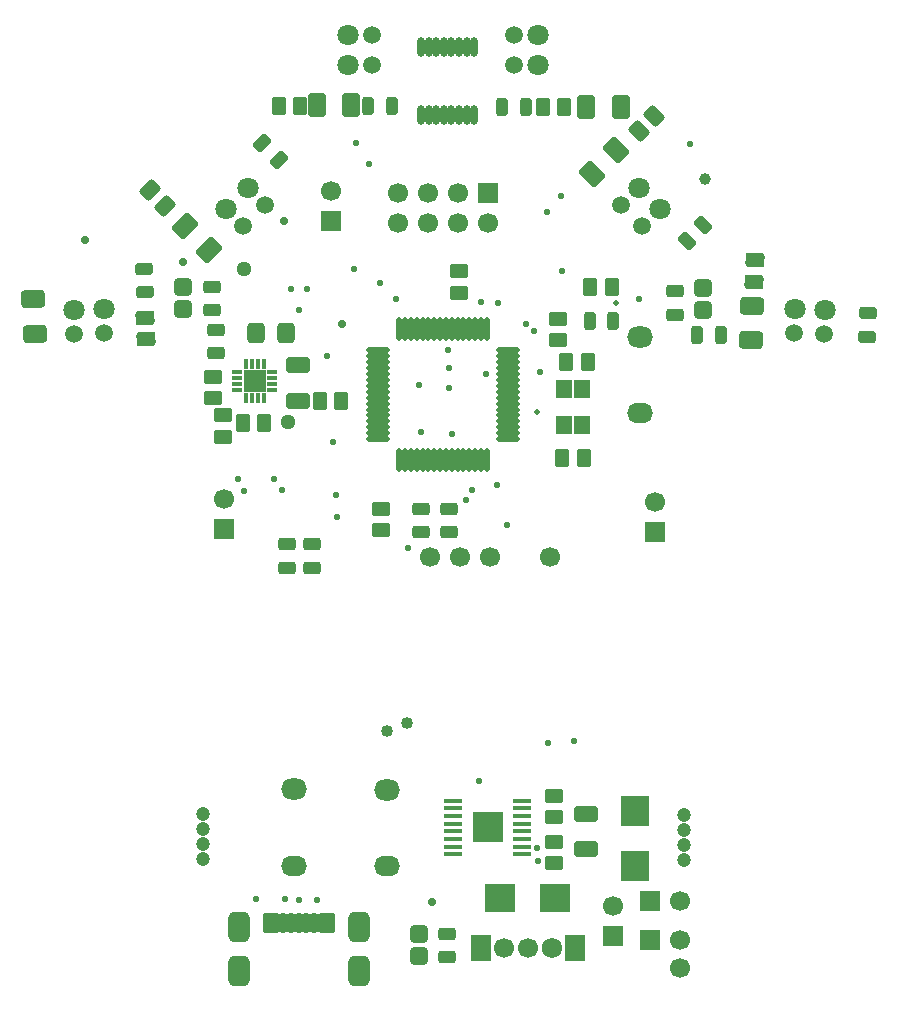
<source format=gts>
%FSTAX23Y23*%
%MOIN*%
%SFA1B1*%

%IPPOS*%
%AMD92*
4,1,8,-0.030000,-0.028500,0.028000,-0.030500,0.038600,-0.020600,0.039900,0.017800,0.030000,0.028500,-0.028000,0.030500,-0.038600,0.020600,-0.039900,-0.017800,-0.030000,-0.028500,0.0*
1,1,0.020600,-0.029700,-0.018200*
1,1,0.020600,0.028300,-0.020200*
1,1,0.020600,0.029700,0.018200*
1,1,0.020600,-0.028300,0.020200*
%
%AMD93*
4,1,8,-0.041400,-0.000400,-0.000400,-0.041400,0.014200,-0.041400,0.041400,-0.014200,0.041400,0.000400,0.000400,0.041400,-0.014200,0.041400,-0.041400,0.014200,-0.041400,-0.000400,0.0*
1,1,0.020600,-0.034100,0.006900*
1,1,0.020600,0.006900,-0.034100*
1,1,0.020600,0.034100,-0.006900*
1,1,0.020600,-0.006900,0.034100*
%
%AMD94*
4,1,8,-0.019700,0.021600,-0.019700,-0.021600,-0.011800,-0.029500,0.011800,-0.029500,0.019700,-0.021600,0.019700,0.021600,0.011800,0.029500,-0.011800,0.029500,-0.019700,0.021600,0.0*
1,1,0.015800,-0.011800,0.021600*
1,1,0.015800,-0.011800,-0.021600*
1,1,0.015800,0.011800,-0.021600*
1,1,0.015800,0.011800,0.021600*
%
%AMD95*
4,1,8,0.023600,-0.022600,0.023600,0.022600,0.014700,0.031500,-0.014700,0.031500,-0.023600,0.022600,-0.023600,-0.022600,-0.014700,-0.031500,0.014700,-0.031500,0.023600,-0.022600,0.0*
1,1,0.017800,0.014700,-0.022600*
1,1,0.017800,0.014700,0.022600*
1,1,0.017800,-0.014700,0.022600*
1,1,0.017800,-0.014700,-0.022600*
%
%AMD96*
4,1,8,0.021600,0.019700,-0.021600,0.019700,-0.029500,0.011800,-0.029500,-0.011800,-0.021600,-0.019700,0.021600,-0.019700,0.029500,-0.011800,0.029500,0.011800,0.021600,0.019700,0.0*
1,1,0.015800,0.021600,0.011800*
1,1,0.015800,-0.021600,0.011800*
1,1,0.015800,-0.021600,-0.011800*
1,1,0.015800,0.021600,-0.011800*
%
%AMD100*
4,1,8,0.029700,0.026600,-0.029700,0.026600,-0.039300,0.017000,-0.039300,-0.017000,-0.029700,-0.026600,0.029700,-0.026600,0.039300,-0.017000,0.039300,0.017000,0.029700,0.026600,0.0*
1,1,0.019200,0.029700,0.017000*
1,1,0.019200,-0.029700,0.017000*
1,1,0.019200,-0.029700,-0.017000*
1,1,0.019200,0.029700,-0.017000*
%
%AMD103*
4,1,8,-0.029500,0.029000,-0.029500,-0.029000,-0.019200,-0.039300,0.019200,-0.039300,0.029500,-0.029000,0.029500,0.029000,0.019200,0.039300,-0.019200,0.039300,-0.029500,0.029000,0.0*
1,1,0.020600,-0.019200,0.029000*
1,1,0.020600,-0.019200,-0.029000*
1,1,0.020600,0.019200,-0.029000*
1,1,0.020600,0.019200,0.029000*
%
%AMD104*
4,1,8,-0.000400,0.041400,-0.041400,0.000400,-0.041400,-0.014200,-0.014200,-0.041400,0.000400,-0.041400,0.041400,-0.000400,0.041400,0.014200,0.014200,0.041400,-0.000400,0.041400,0.0*
1,1,0.020600,0.006900,0.034100*
1,1,0.020600,-0.034100,-0.006900*
1,1,0.020600,-0.006900,-0.034100*
1,1,0.020600,0.034100,0.006900*
%
%AMD105*
4,1,8,0.028000,0.030500,-0.030000,0.028500,-0.039900,0.017800,-0.038600,-0.020600,-0.028000,-0.030500,0.030000,-0.028500,0.039900,-0.017800,0.038600,0.020600,0.028000,0.030500,0.0*
1,1,0.020600,0.028300,0.020200*
1,1,0.020600,-0.029700,0.018200*
1,1,0.020600,-0.028300,-0.020200*
1,1,0.020600,0.029700,-0.018200*
%
%AMD110*
4,1,8,0.022600,0.023600,-0.022600,0.023600,-0.031500,0.014700,-0.031500,-0.014700,-0.022600,-0.023600,0.022600,-0.023600,0.031500,-0.014700,0.031500,0.014700,0.022600,0.023600,0.0*
1,1,0.017800,0.022600,0.014700*
1,1,0.017800,-0.022600,0.014700*
1,1,0.017800,-0.022600,-0.014700*
1,1,0.017800,0.022600,-0.014700*
%
%AMD111*
4,1,8,-0.010800,0.028100,-0.010800,-0.028100,-0.005500,-0.033400,0.005500,-0.033400,0.010800,-0.028100,0.010800,0.028100,0.005500,0.033400,-0.005500,0.033400,-0.010800,0.028100,0.0*
1,1,0.010600,-0.005500,0.028100*
1,1,0.010600,-0.005500,-0.028100*
1,1,0.010600,0.005500,-0.028100*
1,1,0.010600,0.005500,0.028100*
%
%AMD112*
4,1,8,-0.027500,0.024700,-0.027500,-0.024700,-0.018800,-0.033400,0.018800,-0.033400,0.027500,-0.024700,0.027500,0.024700,0.018800,0.033400,-0.018800,0.033400,-0.027500,0.024700,0.0*
1,1,0.017400,-0.018800,0.024700*
1,1,0.017400,-0.018800,-0.024700*
1,1,0.017400,0.018800,-0.024700*
1,1,0.017400,0.018800,0.024700*
%
%AMD113*
4,1,8,-0.028900,0.018700,-0.028900,-0.018700,-0.018700,-0.028900,0.018700,-0.028900,0.028900,-0.018700,0.028900,0.018700,0.018700,0.028900,-0.018700,0.028900,-0.028900,0.018700,0.0*
1,1,0.020400,-0.018700,0.018700*
1,1,0.020400,-0.018700,-0.018700*
1,1,0.020400,0.018700,-0.018700*
1,1,0.020400,0.018700,0.018700*
%
%AMD116*
4,1,8,0.023400,0.022800,-0.021800,0.024400,-0.031000,0.015800,-0.032000,-0.013600,-0.023400,-0.022800,0.021800,-0.024400,0.031000,-0.015800,0.032000,0.013600,0.023400,0.022800,0.0*
1,1,0.017800,0.023100,0.013900*
1,1,0.017800,-0.022100,0.015500*
1,1,0.017800,-0.023100,-0.013900*
1,1,0.017800,0.022100,-0.015500*
%
%AMD117*
4,1,8,0.032700,0.000700,0.000700,0.032700,-0.011900,0.032700,-0.032700,0.011900,-0.032700,-0.000700,-0.000700,-0.032700,0.011900,-0.032700,0.032700,-0.011900,0.032700,0.000700,0.0*
1,1,0.017800,0.026400,-0.005600*
1,1,0.017800,-0.005600,0.026400*
1,1,0.017800,-0.026400,0.005600*
1,1,0.017800,0.005600,-0.026400*
%
%AMD118*
4,1,8,-0.000700,0.032700,-0.032700,0.000700,-0.032700,-0.011900,-0.011900,-0.032700,0.000700,-0.032700,0.032700,-0.000700,0.032700,0.011900,0.011900,0.032700,-0.000700,0.032700,0.0*
1,1,0.017800,0.005600,0.026400*
1,1,0.017800,-0.026400,-0.005600*
1,1,0.017800,-0.005600,-0.026400*
1,1,0.017800,0.026400,0.005600*
%
%AMD119*
4,1,8,-0.021800,-0.024400,0.023400,-0.022800,0.032000,-0.013600,0.031000,0.015800,0.021800,0.024400,-0.023400,0.022800,-0.032000,0.013600,-0.031000,-0.015800,-0.021800,-0.024400,0.0*
1,1,0.017800,-0.022100,-0.015500*
1,1,0.017800,0.023100,-0.013900*
1,1,0.017800,0.022100,0.015500*
1,1,0.017800,-0.023100,0.013900*
%
%AMD120*
4,1,8,0.022300,0.018900,-0.020900,0.020400,-0.029100,0.012800,-0.029900,-0.010800,-0.022300,-0.018900,0.020900,-0.020400,0.029100,-0.012800,0.029900,0.010800,0.022300,0.018900,0.0*
1,1,0.015800,0.022000,0.011000*
1,1,0.015800,-0.021200,0.012500*
1,1,0.015800,-0.022000,-0.011000*
1,1,0.015800,0.021200,-0.012500*
%
%AMD121*
4,1,8,-0.029200,0.001300,0.001300,-0.029200,0.012500,-0.029200,0.029200,-0.012500,0.029200,-0.001300,-0.001300,0.029200,-0.012500,0.029200,-0.029200,0.012500,-0.029200,0.001300,0.0*
1,1,0.015800,-0.023600,0.006900*
1,1,0.015800,0.006900,-0.023600*
1,1,0.015800,0.023600,-0.006900*
1,1,0.015800,-0.006900,0.023600*
%
%AMD122*
4,1,8,-0.001300,-0.029200,0.029200,0.001300,0.029200,0.012500,0.012500,0.029200,0.001300,0.029200,-0.029200,-0.001300,-0.029200,-0.012500,-0.012500,-0.029200,-0.001300,-0.029200,0.0*
1,1,0.015800,-0.006900,-0.023600*
1,1,0.015800,0.023600,0.006900*
1,1,0.015800,0.006900,0.023600*
1,1,0.015800,-0.023600,-0.006900*
%
%AMD123*
4,1,8,-0.020900,-0.020400,0.022300,-0.018900,0.029900,-0.010800,0.029100,0.012800,0.020900,0.020400,-0.022300,0.018900,-0.029900,0.010800,-0.029100,-0.012800,-0.020900,-0.020400,0.0*
1,1,0.015800,-0.021200,-0.012500*
1,1,0.015800,0.022000,-0.011000*
1,1,0.015800,0.021200,0.012500*
1,1,0.015800,-0.022000,0.011000*
%
%AMD124*
4,1,8,-0.028500,0.023600,-0.028500,-0.023600,-0.019600,-0.032500,0.019600,-0.032500,0.028500,-0.023600,0.028500,0.023600,0.019600,0.032500,-0.019600,0.032500,-0.028500,0.023600,0.0*
1,1,0.017800,-0.019600,0.023600*
1,1,0.017800,-0.019600,-0.023600*
1,1,0.017800,0.019600,-0.023600*
1,1,0.017800,0.019600,0.023600*
%
%AMD135*
4,1,8,-0.035400,0.031500,-0.035400,-0.031500,-0.015700,-0.051200,0.015700,-0.051200,0.035400,-0.031500,0.035400,0.031500,0.015700,0.051200,-0.015700,0.051200,-0.035400,0.031500,0.0*
1,1,0.039400,-0.015700,0.031500*
1,1,0.039400,-0.015700,-0.031500*
1,1,0.039400,0.015700,-0.031500*
1,1,0.039400,0.015700,0.031500*
%
%ADD71C,0.051200*%
%ADD72C,0.039400*%
%ADD73C,0.059100*%
%ADD76C,0.019700*%
%ADD80C,0.022000*%
%ADD81C,0.027600*%
%ADD82C,0.040000*%
%ADD83C,0.028000*%
%ADD89R,0.189000X0.047200*%
%ADD90R,0.189000X0.047200*%
%ADD91R,0.150000X0.060000*%
G04~CAMADD=92~8~0.0~0.0~787.0~591.0~103.0~0.0~15~0.0~0.0~0.0~0.0~0~0.0~0.0~0.0~0.0~0~0.0~0.0~0.0~178.0~798.0~610.0*
%ADD92D92*%
G04~CAMADD=93~8~0.0~0.0~787.0~591.0~103.0~0.0~15~0.0~0.0~0.0~0.0~0~0.0~0.0~0.0~0.0~0~0.0~0.0~0.0~135.0~888.0~887.0*
%ADD93D93*%
G04~CAMADD=94~8~0.0~0.0~591.0~394.0~79.0~0.0~15~0.0~0.0~0.0~0.0~0~0.0~0.0~0.0~0.0~0~0.0~0.0~0.0~90.0~394.0~590.0*
%ADD94D94*%
G04~CAMADD=95~8~0.0~0.0~630.0~472.0~89.0~0.0~15~0.0~0.0~0.0~0.0~0~0.0~0.0~0.0~0.0~0~0.0~0.0~0.0~270.0~472.0~630.0*
%ADD95D95*%
G04~CAMADD=96~8~0.0~0.0~591.0~394.0~79.0~0.0~15~0.0~0.0~0.0~0.0~0~0.0~0.0~0.0~0.0~0~0.0~0.0~0.0~0.0~591.0~394.0*
%ADD96D96*%
%ADD97O,0.023600X0.066900*%
%ADD98R,0.094500X0.102400*%
%ADD99R,0.053200X0.063000*%
G04~CAMADD=100~8~0.0~0.0~787.0~532.0~96.0~0.0~15~0.0~0.0~0.0~0.0~0~0.0~0.0~0.0~0.0~0~0.0~0.0~0.0~0.0~787.0~532.0*
%ADD100D100*%
%ADD101O,0.019700X0.078700*%
%ADD102O,0.078700X0.019700*%
G04~CAMADD=103~8~0.0~0.0~787.0~591.0~103.0~0.0~15~0.0~0.0~0.0~0.0~0~0.0~0.0~0.0~0.0~0~0.0~0.0~0.0~90.0~590.0~786.0*
%ADD103D103*%
G04~CAMADD=104~8~0.0~0.0~787.0~591.0~103.0~0.0~15~0.0~0.0~0.0~0.0~0~0.0~0.0~0.0~0.0~0~0.0~0.0~0.0~45.0~888.0~887.0*
%ADD104D104*%
G04~CAMADD=105~8~0.0~0.0~787.0~591.0~103.0~0.0~15~0.0~0.0~0.0~0.0~0~0.0~0.0~0.0~0.0~0~0.0~0.0~0.0~2.0~798.0~610.0*
%ADD105D105*%
%ADD106R,0.102400X0.094500*%
%ADD107R,0.015400X0.033100*%
%ADD108R,0.033100X0.015400*%
%ADD109R,0.071700X0.071700*%
G04~CAMADD=110~8~0.0~0.0~630.0~472.0~89.0~0.0~15~0.0~0.0~0.0~0.0~0~0.0~0.0~0.0~0.0~0~0.0~0.0~0.0~0.0~630.0~472.0*
%ADD110D110*%
G04~CAMADD=111~8~0.0~0.0~669.0~217.0~53.0~0.0~15~0.0~0.0~0.0~0.0~0~0.0~0.0~0.0~0.0~0~0.0~0.0~0.0~90.0~216.0~668.0*
%ADD111D111*%
G04~CAMADD=112~8~0.0~0.0~669.0~551.0~87.0~0.0~15~0.0~0.0~0.0~0.0~0~0.0~0.0~0.0~0.0~0~0.0~0.0~0.0~90.0~550.0~668.0*
%ADD112D112*%
G04~CAMADD=113~8~0.0~0.0~579.0~579.0~102.0~0.0~15~0.0~0.0~0.0~0.0~0~0.0~0.0~0.0~0.0~0~0.0~0.0~0.0~90.0~578.0~578.0*
%ADD113D113*%
%ADD114R,0.100900X0.104800*%
%ADD115R,0.059100X0.017800*%
G04~CAMADD=116~8~0.0~0.0~630.0~472.0~89.0~0.0~15~0.0~0.0~0.0~0.0~0~0.0~0.0~0.0~0.0~0~0.0~0.0~0.0~358.0~640.0~487.0*
%ADD116D116*%
G04~CAMADD=117~8~0.0~0.0~630.0~472.0~89.0~0.0~15~0.0~0.0~0.0~0.0~0~0.0~0.0~0.0~0.0~0~0.0~0.0~0.0~315.0~706.0~705.0*
%ADD117D117*%
G04~CAMADD=118~8~0.0~0.0~630.0~472.0~89.0~0.0~15~0.0~0.0~0.0~0.0~0~0.0~0.0~0.0~0.0~0~0.0~0.0~0.0~45.0~706.0~705.0*
%ADD118D118*%
G04~CAMADD=119~8~0.0~0.0~630.0~472.0~89.0~0.0~15~0.0~0.0~0.0~0.0~0~0.0~0.0~0.0~0.0~0~0.0~0.0~0.0~182.0~640.0~487.0*
%ADD119D119*%
G04~CAMADD=120~8~0.0~0.0~591.0~394.0~79.0~0.0~15~0.0~0.0~0.0~0.0~0~0.0~0.0~0.0~0.0~0~0.0~0.0~0.0~358.0~598.0~407.0*
%ADD120D120*%
G04~CAMADD=121~8~0.0~0.0~591.0~394.0~79.0~0.0~15~0.0~0.0~0.0~0.0~0~0.0~0.0~0.0~0.0~0~0.0~0.0~0.0~135.0~630.0~629.0*
%ADD121D121*%
G04~CAMADD=122~8~0.0~0.0~591.0~394.0~79.0~0.0~15~0.0~0.0~0.0~0.0~0~0.0~0.0~0.0~0.0~0~0.0~0.0~0.0~225.0~630.0~630.0*
%ADD122D122*%
G04~CAMADD=123~8~0.0~0.0~591.0~394.0~79.0~0.0~15~0.0~0.0~0.0~0.0~0~0.0~0.0~0.0~0.0~0~0.0~0.0~0.0~182.0~598.0~408.0*
%ADD123D123*%
G04~CAMADD=124~8~0.0~0.0~650.0~571.0~89.0~0.0~15~0.0~0.0~0.0~0.0~0~0.0~0.0~0.0~0.0~0~0.0~0.0~0.0~90.0~570.0~649.0*
%ADD124D124*%
%ADD125O,0.086600X0.070900*%
%ADD126O,0.086600X0.066900*%
%ADD127C,0.070900*%
%ADD128C,0.047200*%
%ADD129C,0.066900*%
%ADD130R,0.066900X0.086600*%
%ADD131C,0.067900*%
%ADD132C,0.027600*%
%ADD133R,0.066900X0.066900*%
%ADD134R,0.066900X0.066900*%
G04~CAMADD=135~8~0.0~0.0~1024.0~709.0~197.0~0.0~15~0.0~0.0~0.0~0.0~0~0.0~0.0~0.0~0.0~0~0.0~0.0~0.0~90.0~708.0~1023.0*
%ADD135D135*%
%LNshank2.0_pcb-1*%
%LPD*%
G54D71*
X-00663Y02418D03*
X-00515Y0191D03*
G54D72*
X00872Y02719D03*
G54D73*
X0117Y02206D03*
X0127Y02203D03*
X00594Y02633D03*
X00665Y02563D03*
X00236Y03199D03*
Y03099D03*
X-00236D03*
Y03199D03*
X-00665Y02563D03*
X-00594Y02633D03*
X-01231Y02203D03*
X-01131Y02206D03*
G54D76*
X00578Y02305D03*
X00314Y01941D03*
G54D80*
X00018Y02149D03*
X-00505Y02353D03*
X00304Y02211D03*
X0003Y0187D03*
X-00072Y01876D03*
X-00479Y02282D03*
X-00663Y0168D03*
X00822Y02836D03*
X-00117Y01488D03*
X00346Y02608D03*
X00278Y02236D03*
X00438Y00846D03*
X00351Y00839D03*
X-00481Y00316D03*
X-00624Y00319D03*
X-0042Y00316D03*
X-00528Y0032D03*
X00127Y02307D03*
X-00245Y02767D03*
X-0029Y02839D03*
X00098Y01683D03*
X00078Y01648D03*
X-00535Y01682D03*
X-00562Y01719D03*
X-00684D03*
X-00365Y01842D03*
X00393Y02663D03*
X-00454Y02352D03*
X00324Y02074D03*
X00396Y02411D03*
X00213Y01566D03*
X00181Y01697D03*
X00119Y00712D03*
X00021Y02023D03*
X00019Y02089D03*
X00143Y02068D03*
X-00352Y01593D03*
X-00355Y01664D03*
X-00081Y02032D03*
X00653Y02319D03*
X-00296Y02419D03*
X00184Y02305D03*
X-00155Y02317D03*
X-00209Y02372D03*
X-00388Y02128D03*
X00315Y00488D03*
X00316Y00444D03*
G54D81*
X-00038Y00309D03*
G54D82*
X-00119Y00906D03*
X-00187Y00879D03*
G54D83*
X-00531Y02579D03*
X-00337Y02236D03*
X-01192Y02514D03*
X-00866Y02442D03*
X00129Y00537D03*
X00169Y00577D03*
Y00537D03*
X00129Y00577D03*
G54D89*
X00016Y0316D03*
G54D90*
X00016Y02931D03*
G54D91*
X-00481Y00237D03*
G54D92*
X01027Y02181D03*
X01031Y02296D03*
G54D93*
X00497Y02734D03*
X00577Y02815D03*
G54D94*
X00489Y02244D03*
X00567D03*
X00926Y02197D03*
X00847D03*
X00197Y02959D03*
X00276D03*
X-00249Y02961D03*
X-0017D03*
G54D95*
X00491Y0236D03*
X00562D03*
X-00339Y01978D03*
X-0041D03*
X00334Y02957D03*
X00405D03*
X-00546Y02963D03*
X-00475D03*
X00398Y0179D03*
X00469D03*
X00482Y0211D03*
X00411D03*
X-00668Y01906D03*
X-00597D03*
G54D96*
X-00074Y0162D03*
Y01541D03*
X00019Y0162D03*
Y01541D03*
X00775Y02345D03*
Y02266D03*
X-0077Y0236D03*
Y02281D03*
X-00755Y02216D03*
Y02137D03*
X00014Y00202D03*
Y00124D03*
X-00437Y01422D03*
Y01501D03*
X-00519Y01502D03*
Y01423D03*
G54D97*
X00105Y02931D03*
X00054D03*
X0008D03*
X00054Y0316D03*
X0008D03*
X00105D03*
X00028D03*
X00003D03*
X-00022D03*
X-00047D03*
X00003Y02931D03*
X-00022D03*
X-00047D03*
X-00073D03*
Y0316D03*
X00028Y02931D03*
G54D98*
X00641Y0043D03*
Y00611D03*
G54D99*
X00465Y02018D03*
X00402D03*
Y019D03*
X00465D03*
G54D100*
X00476Y00602D03*
Y00484D03*
X-00483Y02099D03*
Y0198D03*
G54D101*
X-00068Y02218D03*
X-00049D03*
X-00029D03*
X-00009D03*
X00009D03*
X00029D03*
X00049D03*
X00068D03*
X00088D03*
X00108D03*
X00128D03*
X00147D03*
X00068Y01781D03*
X00049D03*
X00029D03*
X00009D03*
X-00009D03*
X-00029D03*
X-00049D03*
X-00068D03*
X-00088D03*
X-00108D03*
X-00128D03*
X-00147D03*
X00088D03*
X00108D03*
X00128D03*
X00147D03*
X-00088Y02218D03*
X-00108D03*
X-00128D03*
X-00147D03*
G54D102*
X00218Y02068D03*
Y02049D03*
Y02029D03*
Y02009D03*
Y0199D03*
Y0197D03*
Y0195D03*
Y01931D03*
Y01911D03*
Y01891D03*
Y01872D03*
Y01852D03*
X-00218Y01931D03*
Y0195D03*
Y0197D03*
Y0199D03*
Y02009D03*
Y02029D03*
Y02049D03*
Y02068D03*
Y02088D03*
Y02108D03*
Y02128D03*
Y02147D03*
Y01911D03*
Y01891D03*
Y01872D03*
Y01852D03*
X00218Y02088D03*
Y02108D03*
Y02128D03*
Y02147D03*
G54D103*
X00477Y02959D03*
X00592D03*
X-00421Y02965D03*
X-00306D03*
G54D104*
X-0086Y02562D03*
X-00779Y02481D03*
G54D105*
X-01365Y02317D03*
X-01361Y02202D03*
G54D106*
X00191Y00322D03*
X00372D03*
G54D107*
X-00657Y02101D03*
X-00638D03*
X-00618D03*
X-00598D03*
X-00657Y01987D03*
X-00598D03*
X-00618D03*
X-00638D03*
G54D108*
X-00685Y02015D03*
Y02034D03*
Y02054D03*
Y02074D03*
X-00571Y02015D03*
Y02034D03*
Y02074D03*
Y02054D03*
G54D109*
X-00628Y02044D03*
G54D110*
X-00208Y01549D03*
Y0162D03*
X00382Y02182D03*
Y02253D03*
X00055Y0234D03*
Y02411D03*
X00369Y00508D03*
Y00437D03*
X0037Y00591D03*
Y00661D03*
X-00732Y01931D03*
Y0186D03*
X-00766Y02059D03*
Y01988D03*
G54D111*
X-00429Y00237D03*
X-00455D03*
X-00481D03*
X-00506D03*
X-00532D03*
G54D112*
X-00388Y00237D03*
X-00573D03*
G54D113*
X00867Y02281D03*
Y02356D03*
X-00866Y02285D03*
Y0236D03*
X-00079Y00203D03*
Y00128D03*
G54D114*
X00149Y00557D03*
G54D115*
X00265Y00646D03*
Y00621D03*
Y00595D03*
Y00569D03*
Y00544D03*
Y00518D03*
Y00493D03*
Y00467D03*
X00032D03*
Y00493D03*
Y00518D03*
Y00544D03*
Y00569D03*
Y00595D03*
Y00621D03*
Y00646D03*
G54D116*
X0104Y02447D03*
X01037Y02376D03*
G54D117*
X00703Y02928D03*
X00652Y02877D03*
G54D118*
X-00976Y02681D03*
X-00925Y0263D03*
G54D119*
X-00989Y02185D03*
X-00992Y02256D03*
G54D120*
X01418Y02271D03*
X01415Y02192D03*
G54D121*
X00812Y02511D03*
X00867Y02566D03*
G54D122*
X-00547Y02783D03*
X-00602Y02838D03*
G54D123*
X-00993Y02341D03*
X-00996Y0242D03*
G54D124*
X-00524Y02205D03*
X-00623D03*
G54D125*
X00657Y02193D03*
X-00496Y00685D03*
X-00187Y00682D03*
G54D126*
X00657Y01937D03*
X-00496Y0043D03*
X-00187Y00427D03*
G54D127*
X01175Y02285D03*
X01275Y02282D03*
X00652Y02689D03*
X00723Y02618D03*
X00316Y03198D03*
Y03098D03*
X-00317Y031D03*
Y032D03*
X-00722Y02617D03*
X-00651Y02688D03*
X-01231Y02281D03*
X-01131Y02284D03*
G54D128*
X00804Y00599D03*
Y00549D03*
Y00499D03*
Y00449D03*
X-00799Y00453D03*
Y00503D03*
Y00553D03*
Y00603D03*
G54D129*
X-00042Y01459D03*
X00058D03*
X00158D03*
X00358D03*
X00283Y00154D03*
X00204D03*
X00567Y00294D03*
X00791Y00313D03*
X-00372Y02678D03*
X0015Y02572D03*
X0005Y02672D03*
Y02572D03*
X-0005Y02672D03*
Y02572D03*
X-0015Y02672D03*
Y02572D03*
X00789Y00088D03*
X-00729Y01652D03*
X00706Y01642D03*
X0079Y00182D03*
G54D130*
X00441Y00154D03*
X00126D03*
G54D131*
X00362Y00154D03*
G54D132*
X-00608Y02064D03*
Y02025D03*
X-00648Y02064D03*
Y02025D03*
G54D133*
X00567Y00194D03*
X-00372Y02578D03*
X-00729Y01552D03*
X00706Y01542D03*
G54D134*
X00691Y00313D03*
X0015Y02672D03*
X0069Y00182D03*
G54D135*
X-00681Y0008D03*
X-0028D03*
Y00225D03*
X-00681D03*
M02*
</source>
